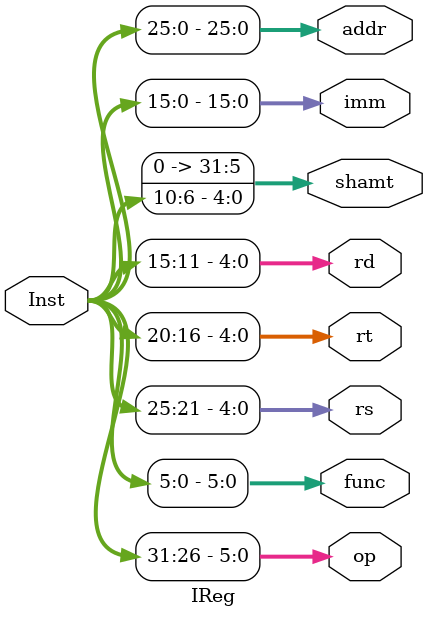
<source format=v>
module IReg(Inst, 
            op, rs, rt, rd, shamt, func, // R-format
            imm,                         // I-format
            addr);                       // jump
            
input [31:0] Inst;
output reg [5:0] op, func;
output reg [4:0] rs, rt, rd;
output reg [31:0] shamt;
output reg [15:0] imm;
output reg [25:0] addr;

always @(*)
    begin
        op <= Inst[31:26];
        rs <= Inst[25:21];
        rt <= Inst[20:16];

        rd <= Inst[15:11];
        shamt <= {{27{1'b0}},Inst[10:6]};
        func <= Inst[5:0];
        
        imm <= Inst[15:0];
        addr <=  Inst[25:0];
    end

endmodule
</source>
